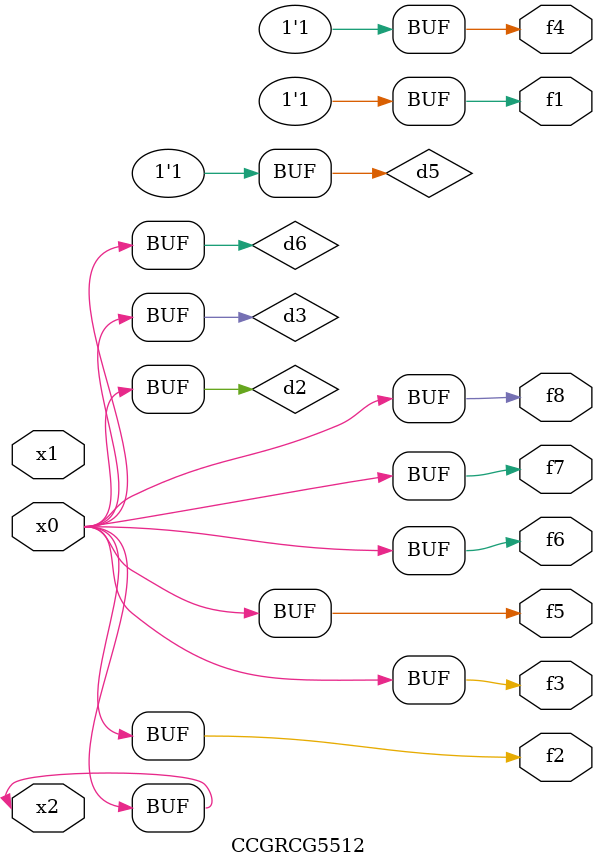
<source format=v>
module CCGRCG5512(
	input x0, x1, x2,
	output f1, f2, f3, f4, f5, f6, f7, f8
);

	wire d1, d2, d3, d4, d5, d6;

	xnor (d1, x2);
	buf (d2, x0, x2);
	and (d3, x0);
	xnor (d4, x1, x2);
	nand (d5, d1, d3);
	buf (d6, d2, d3);
	assign f1 = d5;
	assign f2 = d6;
	assign f3 = d6;
	assign f4 = d5;
	assign f5 = d6;
	assign f6 = d6;
	assign f7 = d6;
	assign f8 = d6;
endmodule

</source>
